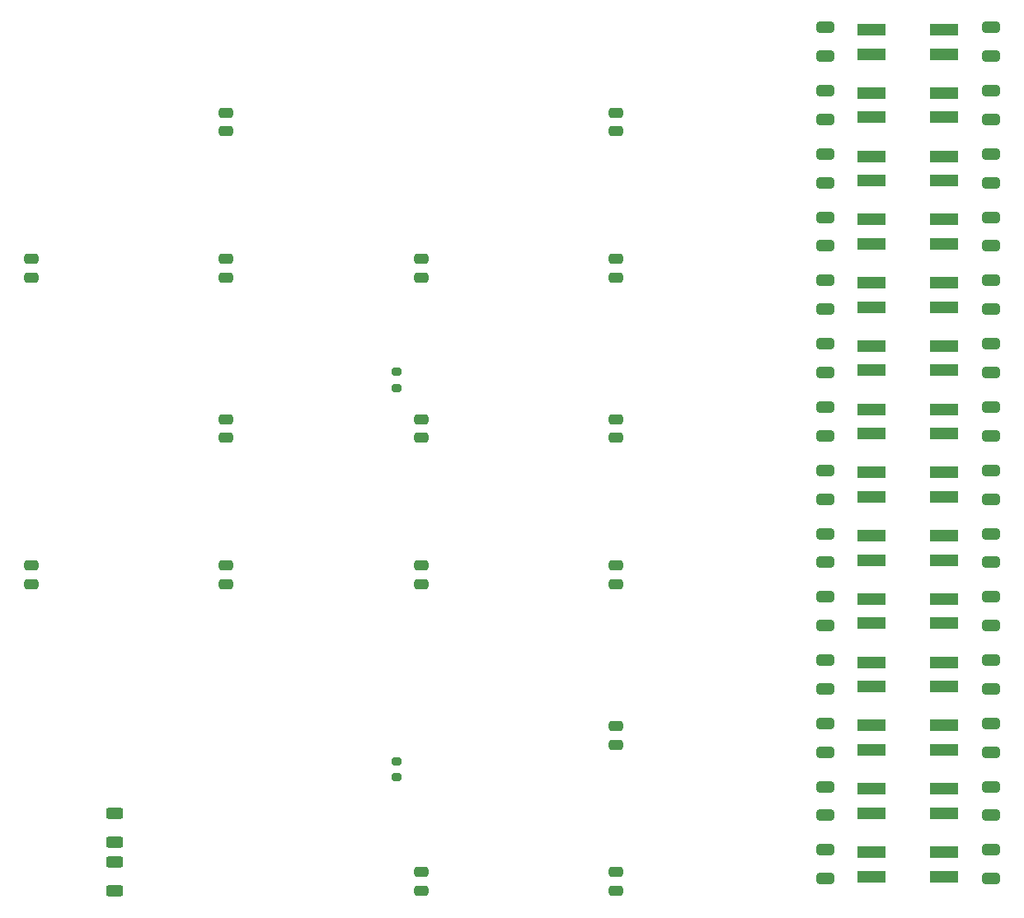
<source format=gbr>
%TF.GenerationSoftware,KiCad,Pcbnew,7.0.1*%
%TF.CreationDate,2023-05-27T02:15:05+02:00*%
%TF.ProjectId,main,6d61696e-2e6b-4696-9361-645f70636258,v1.0.1*%
%TF.SameCoordinates,Original*%
%TF.FileFunction,Paste,Top*%
%TF.FilePolarity,Positive*%
%FSLAX46Y46*%
G04 Gerber Fmt 4.6, Leading zero omitted, Abs format (unit mm)*
G04 Created by KiCad (PCBNEW 7.0.1) date 2023-05-27 02:15:05*
%MOMM*%
%LPD*%
G01*
G04 APERTURE LIST*
G04 Aperture macros list*
%AMRoundRect*
0 Rectangle with rounded corners*
0 $1 Rounding radius*
0 $2 $3 $4 $5 $6 $7 $8 $9 X,Y pos of 4 corners*
0 Add a 4 corners polygon primitive as box body*
4,1,4,$2,$3,$4,$5,$6,$7,$8,$9,$2,$3,0*
0 Add four circle primitives for the rounded corners*
1,1,$1+$1,$2,$3*
1,1,$1+$1,$4,$5*
1,1,$1+$1,$6,$7*
1,1,$1+$1,$8,$9*
0 Add four rect primitives between the rounded corners*
20,1,$1+$1,$2,$3,$4,$5,0*
20,1,$1+$1,$4,$5,$6,$7,0*
20,1,$1+$1,$6,$7,$8,$9,0*
20,1,$1+$1,$8,$9,$2,$3,0*%
G04 Aperture macros list end*
%ADD10RoundRect,0.200000X0.275000X-0.200000X0.275000X0.200000X-0.275000X0.200000X-0.275000X-0.200000X0*%
%ADD11RoundRect,0.250000X-0.650000X0.325000X-0.650000X-0.325000X0.650000X-0.325000X0.650000X0.325000X0*%
%ADD12RoundRect,0.250000X0.625000X-0.312500X0.625000X0.312500X-0.625000X0.312500X-0.625000X-0.312500X0*%
%ADD13R,2.850000X1.200000*%
%ADD14RoundRect,0.250000X0.475000X-0.250000X0.475000X0.250000X-0.475000X0.250000X-0.475000X-0.250000X0*%
G04 APERTURE END LIST*
D10*
%TO.C,TH1*%
X110500000Y-103325000D03*
X110500000Y-101675000D03*
%TD*%
D11*
%TO.C,C5*%
X154500000Y-85775000D03*
X154500000Y-88725000D03*
%TD*%
D12*
%TO.C,R101*%
X81500000Y-154962500D03*
X81500000Y-152037500D03*
%TD*%
D13*
%TO.C,L4*%
X159275000Y-79500000D03*
X166725000Y-79500000D03*
X159275000Y-82000000D03*
X166725000Y-82000000D03*
%TD*%
%TO.C,L17*%
X159275000Y-99000000D03*
X166725000Y-99000000D03*
X159275000Y-101500000D03*
X166725000Y-101500000D03*
%TD*%
D14*
%TO.C,R21*%
X73000000Y-123450000D03*
X73000000Y-121550000D03*
%TD*%
D11*
%TO.C,C89*%
X154500000Y-98775000D03*
X154500000Y-101725000D03*
%TD*%
D13*
%TO.C,L8*%
X159275000Y-125000000D03*
X166725000Y-125000000D03*
X159275000Y-127500000D03*
X166725000Y-127500000D03*
%TD*%
%TO.C,L18*%
X159275000Y-66500000D03*
X166725000Y-66500000D03*
X159275000Y-69000000D03*
X166725000Y-69000000D03*
%TD*%
%TO.C,L2*%
X159275000Y-73000000D03*
X166725000Y-73000000D03*
X159275000Y-75500000D03*
X166725000Y-75500000D03*
%TD*%
D14*
%TO.C,R71*%
X133000000Y-139950000D03*
X133000000Y-138050000D03*
%TD*%
D13*
%TO.C,L9*%
X159275000Y-118500000D03*
X166725000Y-118500000D03*
X159275000Y-121000000D03*
X166725000Y-121000000D03*
%TD*%
D11*
%TO.C,C11*%
X171500000Y-72775000D03*
X171500000Y-75725000D03*
%TD*%
%TO.C,C47*%
X154500000Y-118275000D03*
X154500000Y-121225000D03*
%TD*%
D14*
%TO.C,R36*%
X93000000Y-123450000D03*
X93000000Y-121550000D03*
%TD*%
%TO.C,R51*%
X133000000Y-108450000D03*
X133000000Y-106550000D03*
%TD*%
%TO.C,R16*%
X133000000Y-91950000D03*
X133000000Y-90050000D03*
%TD*%
%TO.C,R31*%
X93000000Y-108450000D03*
X93000000Y-106550000D03*
%TD*%
D11*
%TO.C,C26*%
X154500000Y-131275000D03*
X154500000Y-134225000D03*
%TD*%
%TO.C,C48*%
X171500000Y-118275000D03*
X171500000Y-121225000D03*
%TD*%
%TO.C,C31*%
X154500000Y-105275000D03*
X154500000Y-108225000D03*
%TD*%
D13*
%TO.C,L14*%
X159275000Y-138000000D03*
X166725000Y-138000000D03*
X159275000Y-140500000D03*
X166725000Y-140500000D03*
%TD*%
D14*
%TO.C,R46*%
X113000000Y-108450000D03*
X113000000Y-106550000D03*
%TD*%
%TO.C,R96*%
X93000000Y-91950000D03*
X93000000Y-90050000D03*
%TD*%
%TO.C,R81*%
X73000000Y-91950000D03*
X73000000Y-90050000D03*
%TD*%
D11*
%TO.C,C41*%
X154500000Y-124775000D03*
X154500000Y-127725000D03*
%TD*%
D14*
%TO.C,R56*%
X133000000Y-123450000D03*
X133000000Y-121550000D03*
%TD*%
D11*
%TO.C,C84*%
X171500000Y-144275000D03*
X171500000Y-147225000D03*
%TD*%
%TO.C,C74*%
X171500000Y-137775000D03*
X171500000Y-140725000D03*
%TD*%
%TO.C,C42*%
X171500000Y-124775000D03*
X171500000Y-127725000D03*
%TD*%
%TO.C,C32*%
X171500000Y-105275000D03*
X171500000Y-108225000D03*
%TD*%
%TO.C,C62*%
X154500000Y-111775000D03*
X154500000Y-114725000D03*
%TD*%
D13*
%TO.C,L5*%
X159275000Y-131500000D03*
X166725000Y-131500000D03*
X159275000Y-134000000D03*
X166725000Y-134000000D03*
%TD*%
%TO.C,L13*%
X159275000Y-151000000D03*
X166725000Y-151000000D03*
X159275000Y-153500000D03*
X166725000Y-153500000D03*
%TD*%
D11*
%TO.C,C63*%
X171500000Y-111775000D03*
X171500000Y-114725000D03*
%TD*%
D13*
%TO.C,L6*%
X159275000Y-105500000D03*
X166725000Y-105500000D03*
X159275000Y-108000000D03*
X166725000Y-108000000D03*
%TD*%
D11*
%TO.C,C104*%
X154500000Y-92275000D03*
X154500000Y-95225000D03*
%TD*%
%TO.C,C90*%
X171500000Y-98775000D03*
X171500000Y-101725000D03*
%TD*%
D14*
%TO.C,R76*%
X133000000Y-154950000D03*
X133000000Y-153050000D03*
%TD*%
%TO.C,R1*%
X113000000Y-91950000D03*
X113000000Y-90050000D03*
%TD*%
D11*
%TO.C,C105*%
X171500000Y-92275000D03*
X171500000Y-95225000D03*
%TD*%
D14*
%TO.C,R61*%
X113000000Y-154950000D03*
X113000000Y-153050000D03*
%TD*%
%TO.C,R11*%
X133000000Y-76950000D03*
X133000000Y-75050000D03*
%TD*%
D11*
%TO.C,C83*%
X154500000Y-144275000D03*
X154500000Y-147225000D03*
%TD*%
%TO.C,C20*%
X154500000Y-79275000D03*
X154500000Y-82225000D03*
%TD*%
%TO.C,C68*%
X154500000Y-150775000D03*
X154500000Y-153725000D03*
%TD*%
D13*
%TO.C,L1*%
X159275000Y-86000000D03*
X166725000Y-86000000D03*
X159275000Y-88500000D03*
X166725000Y-88500000D03*
%TD*%
D11*
%TO.C,C94*%
X154500000Y-66275000D03*
X154500000Y-69225000D03*
%TD*%
D13*
%TO.C,L16*%
X159275000Y-144500000D03*
X166725000Y-144500000D03*
X159275000Y-147000000D03*
X166725000Y-147000000D03*
%TD*%
D11*
%TO.C,C6*%
X171500000Y-85775000D03*
X171500000Y-88725000D03*
%TD*%
D14*
%TO.C,R41*%
X113000000Y-123450000D03*
X113000000Y-121550000D03*
%TD*%
D11*
%TO.C,C73*%
X154500000Y-137775000D03*
X154500000Y-140725000D03*
%TD*%
D14*
%TO.C,R91*%
X93000000Y-76950000D03*
X93000000Y-75050000D03*
%TD*%
D12*
%TO.C,R102*%
X81500000Y-149962500D03*
X81500000Y-147037500D03*
%TD*%
D10*
%TO.C,TH2*%
X110500000Y-143325000D03*
X110500000Y-141675000D03*
%TD*%
D11*
%TO.C,C27*%
X171500000Y-131275000D03*
X171500000Y-134225000D03*
%TD*%
%TO.C,C10*%
X154500000Y-72775000D03*
X154500000Y-75725000D03*
%TD*%
%TO.C,C95*%
X171500000Y-66275000D03*
X171500000Y-69225000D03*
%TD*%
%TO.C,C69*%
X171500000Y-150775000D03*
X171500000Y-153725000D03*
%TD*%
D13*
%TO.C,L12*%
X159275000Y-112000000D03*
X166725000Y-112000000D03*
X159275000Y-114500000D03*
X166725000Y-114500000D03*
%TD*%
%TO.C,L20*%
X159275000Y-92500000D03*
X166725000Y-92500000D03*
X159275000Y-95000000D03*
X166725000Y-95000000D03*
%TD*%
D11*
%TO.C,C21*%
X171500000Y-79275000D03*
X171500000Y-82225000D03*
%TD*%
M02*

</source>
